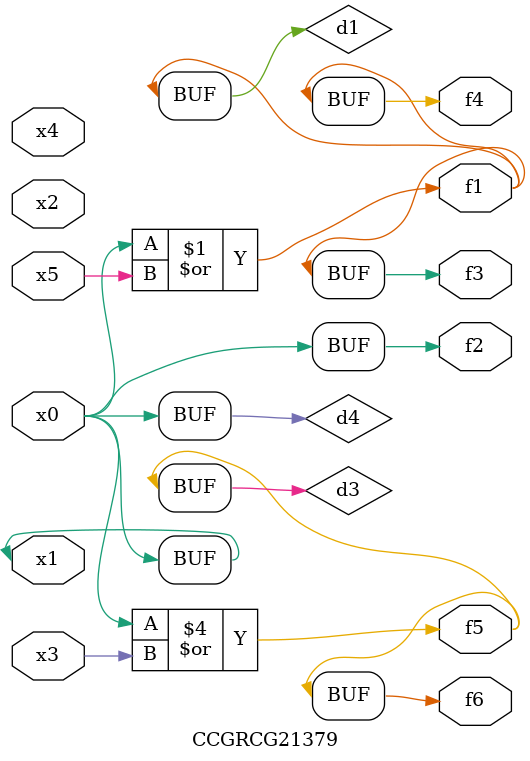
<source format=v>
module CCGRCG21379(
	input x0, x1, x2, x3, x4, x5,
	output f1, f2, f3, f4, f5, f6
);

	wire d1, d2, d3, d4;

	or (d1, x0, x5);
	xnor (d2, x1, x4);
	or (d3, x0, x3);
	buf (d4, x0, x1);
	assign f1 = d1;
	assign f2 = d4;
	assign f3 = d1;
	assign f4 = d1;
	assign f5 = d3;
	assign f6 = d3;
endmodule

</source>
